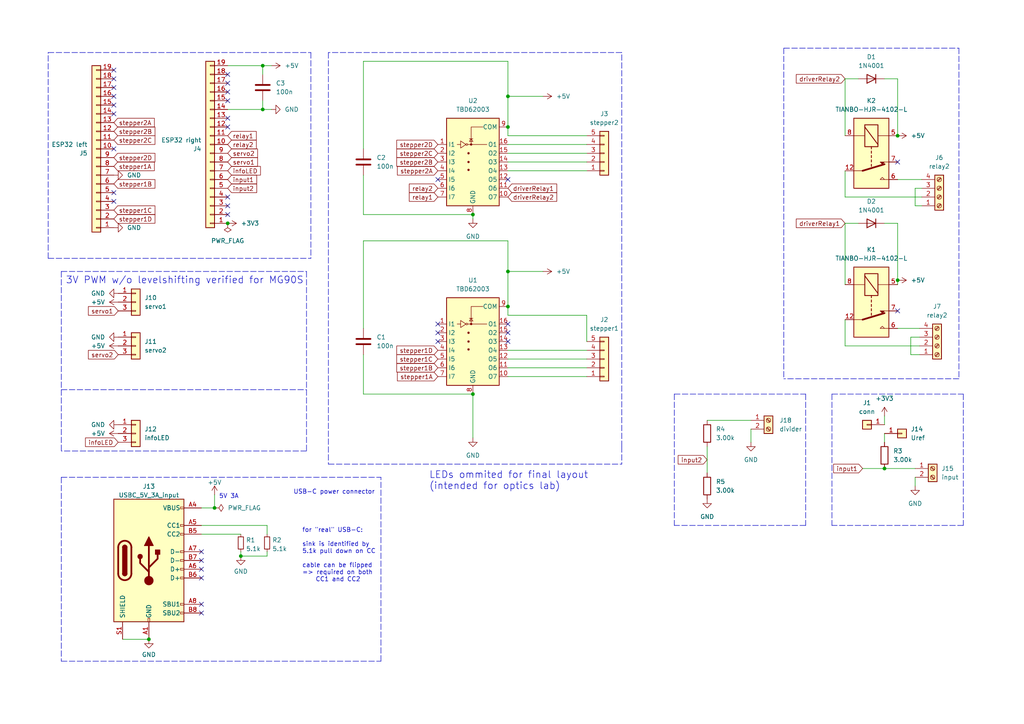
<source format=kicad_sch>
(kicad_sch (version 20211123) (generator eeschema)
  (paper "A4")
  (title_block (title "XR Twin Lab") (date "2022-05-23") (rev "1.0"))
  (lib_symbols
    (symbol "Connector:Screw_Terminal_01x02" (pin_names (offset 1.016) hide)
      (property "Reference" "J" (at 0 2.54 0))
      (property "Value" "Screw_Terminal_01x02" (at 0 -5.08 0))
      (symbol "Screw_Terminal_01x02_1_1"
        (rectangle (start -1.27 1.27) (end 1.27 -3.81) (stroke (width 0.254)) (fill (type background)))
        (circle (center 0 -2.54) (radius 0.635) (stroke (width 0.1524)))
        (polyline (pts (xy -0.5334 -2.2098) (xy 0.3302 -3.048)) (stroke (width 0.1524)))
        (polyline (pts (xy -0.5334 0.3302) (xy 0.3302 -0.508)) (stroke (width 0.1524)))
        (polyline (pts (xy -0.3556 -2.032) (xy 0.508 -2.8702)) (stroke (width 0.1524)))
        (polyline (pts (xy -0.3556 0.508) (xy 0.508 -0.3302)) (stroke (width 0.1524)))
        (circle (center 0 0) (radius 0.635) (stroke (width 0.1524)))
        (pin passive line (at -5.08 0 0) (length 3.81) (name "Pin_1") (number "1"))
        (pin passive line (at -5.08 -2.54 0) (length 3.81) (name "Pin_2") (number "2"))
      )
    )
    (symbol "Connector:Screw_Terminal_01x04" (pin_names (offset 1.016) hide)
      (property "Reference" "J" (at 0 5.08 0))
      (property "Value" "Screw_Terminal_01x04" (at 0 -7.62 0))
      (symbol "Screw_Terminal_01x04_1_1"
        (rectangle (start -1.27 3.81) (end 1.27 -6.35) (stroke (width 0.254)) (fill (type background)))
        (circle (center 0 -5.08) (radius 0.635) (stroke (width 0.1524)))
        (circle (center 0 -2.54) (radius 0.635) (stroke (width 0.1524)))
        (polyline (pts (xy -0.5334 -4.7498) (xy 0.3302 -5.588)) (stroke (width 0.1524)))
        (polyline (pts (xy -0.5334 -2.2098) (xy 0.3302 -3.048)) (stroke (width 0.1524)))
        (polyline (pts (xy -0.5334 0.3302) (xy 0.3302 -0.508)) (stroke (width 0.1524)))
        (polyline (pts (xy -0.5334 2.8702) (xy 0.3302 2.032)) (stroke (width 0.1524)))
        (polyline (pts (xy -0.3556 -4.572) (xy 0.508 -5.4102)) (stroke (width 0.1524)))
        (polyline (pts (xy -0.3556 -2.032) (xy 0.508 -2.8702)) (stroke (width 0.1524)))
        (polyline (pts (xy -0.3556 0.508) (xy 0.508 -0.3302)) (stroke (width 0.1524)))
        (polyline (pts (xy -0.3556 3.048) (xy 0.508 2.2098)) (stroke (width 0.1524)))
        (circle (center 0 0) (radius 0.635) (stroke (width 0.1524)))
        (circle (center 0 2.54) (radius 0.635) (stroke (width 0.1524)))
        (pin passive line (at -5.08 2.54 0) (length 3.81) (name "Pin_1") (number "1"))
        (pin passive line (at -5.08 0 0) (length 3.81) (name "Pin_2") (number "2"))
        (pin passive line (at -5.08 -2.54 0) (length 3.81) (name "Pin_3") (number "3"))
        (pin passive line (at -5.08 -5.08 0) (length 3.81) (name "Pin_4") (number "4"))
      )
    )
    (symbol "Connector:USB_C_Receptacle_USB2.0" (pin_names (offset 1.016))
      (property "Reference" "J" (at -10.16 19.05 0))
      (property "Value" "USB_C_Receptacle_USB2.0" (at 19.05 19.05 0))
      (symbol "USB_C_Receptacle_USB2.0_0_0"
        (rectangle (start -0.254 -17.78) (end 0.254 -16.764))
        (rectangle (start 10.16 -14.986) (end 9.144 -15.494))
        (rectangle (start 10.16 -12.446) (end 9.144 -12.954))
        (rectangle (start 10.16 -4.826) (end 9.144 -5.334))
        (rectangle (start 10.16 -2.286) (end 9.144 -2.794))
        (rectangle (start 10.16 0.254) (end 9.144 -0.254))
        (rectangle (start 10.16 2.794) (end 9.144 2.286))
        (rectangle (start 10.16 7.874) (end 9.144 7.366))
        (rectangle (start 10.16 10.414) (end 9.144 9.906))
        (rectangle (start 10.16 15.494) (end 9.144 14.986))
      )
      (symbol "USB_C_Receptacle_USB2.0_0_1"
        (rectangle (start -10.16 17.78) (end 10.16 -17.78) (stroke (width 0.254)) (fill (type background)))
        (arc (start -8.89 -3.81) (mid -6.985 -5.715) (end -5.08 -3.81) (stroke (width 0.508)))
        (arc (start -7.62 -3.81) (mid -6.985 -4.445) (end -6.35 -3.81) (stroke (width 0.254)))
        (arc (start -7.62 -3.81) (mid -6.985 -4.445) (end -6.35 -3.81) (stroke (width 0.254)) (fill (type outline)))
        (rectangle (start -7.62 -3.81) (end -6.35 3.81) (stroke (width 0.254)) (fill (type outline)))
        (arc (start -6.35 3.81) (mid -6.985 4.445) (end -7.62 3.81) (stroke (width 0.254)))
        (arc (start -6.35 3.81) (mid -6.985 4.445) (end -7.62 3.81) (stroke (width 0.254)) (fill (type outline)))
        (arc (start -5.08 3.81) (mid -6.985 5.715) (end -8.89 3.81) (stroke (width 0.508)))
        (circle (center -2.54 1.143) (radius 0.635) (stroke (width 0.254)) (fill (type outline)))
        (circle (center 0 -5.842) (radius 1.27) (fill (type outline)))
        (polyline (pts (xy -8.89 -3.81) (xy -8.89 3.81)) (stroke (width 0.508)))
        (polyline (pts (xy -5.08 3.81) (xy -5.08 -3.81)) (stroke (width 0.508)))
        (polyline (pts (xy 0 -5.842) (xy 0 4.318)) (stroke (width 0.508)))
        (polyline (pts (xy 0 -3.302) (xy -2.54 -0.762) (xy -2.54 0.508)) (stroke (width 0.508)))
        (polyline (pts (xy 0 -2.032) (xy 2.54 0.508) (xy 2.54 1.778)) (stroke (width 0.508)))
        (polyline (pts (xy -1.27 4.318) (xy 0 6.858) (xy 1.27 4.318) (xy -1.27 4.318)) (stroke (width 0.254)) (fill (type outline)))
        (rectangle (start 1.905 1.778) (end 3.175 3.048) (stroke (width 0.254)) (fill (type outline)))
      )
      (symbol "USB_C_Receptacle_USB2.0_1_1"
        (pin passive line (at 0 -22.86 90) (length 5.08) (name "GND") (number "A1"))
        (pin passive line (at 0 -22.86 90) (length 5.08) hide (name "GND") (number "A12"))
        (pin passive line (at 15.24 15.24 180) (length 5.08) (name "VBUS") (number "A4"))
        (pin bidirectional line (at 15.24 10.16 180) (length 5.08) (name "CC1") (number "A5"))
        (pin bidirectional line (at 15.24 -2.54 180) (length 5.08) (name "D+") (number "A6"))
        (pin bidirectional line (at 15.24 2.54 180) (length 5.08) (name "D-") (number "A7"))
        (pin bidirectional line (at 15.24 -12.7 180) (length 5.08) (name "SBU1") (number "A8"))
        (pin passive line (at 15.24 15.24 180) (length 5.08) hide (name "VBUS") (number "A9"))
        (pin passive line (at 0 -22.86 90) (length 5.08) hide (name "GND") (number "B1"))
        (pin passive line (at 0 -22.86 90) (length 5.08) hide (name "GND") (number "B12"))
        (pin passive line (at 15.24 15.24 180) (length 5.08) hide (name "VBUS") (number "B4"))
        (pin bidirectional line (at 15.24 7.62 180) (length 5.08) (name "CC2") (number "B5"))
        (pin bidirectional line (at 15.24 -5.08 180) (length 5.08) (name "D+") (number "B6"))
        (pin bidirectional line (at 15.24 0 180) (length 5.08) (name "D-") (number "B7"))
        (pin bidirectional line (at 15.24 -15.24 180) (length 5.08) (name "SBU2") (number "B8"))
        (pin passive line (at 15.24 15.24 180) (length 5.08) hide (name "VBUS") (number "B9"))
        (pin passive line (at -7.62 -22.86 90) (length 5.08) (name "SHIELD") (number "S1"))
      )
    )
    (symbol "Connector_Generic:Conn_01x01" (pin_names (offset 1.016) hide)
      (property "Reference" "J" (at 0 2.54 0))
      (property "Value" "Conn_01x01" (at 0 -2.54 0))
      (symbol "Conn_01x01_1_1"
        (rectangle (start -1.27 0.127) (end 0 -0.127) (stroke (width 0.1524)))
        (rectangle (start -1.27 1.27) (end 1.27 -1.27) (stroke (width 0.254)) (fill (type background)))
        (pin passive line (at -5.08 0 0) (length 3.81) (name "Pin_1") (number "1"))
      )
    )
    (symbol "Connector_Generic:Conn_01x03" (pin_names (offset 1.016) hide)
      (property "Reference" "J" (at 0 5.08 0))
      (property "Value" "Conn_01x03" (at 0 -5.08 0))
      (symbol "Conn_01x03_1_1"
        (rectangle (start -1.27 -2.413) (end 0 -2.667) (stroke (width 0.1524)))
        (rectangle (start -1.27 0.127) (end 0 -0.127) (stroke (width 0.1524)))
        (rectangle (start -1.27 2.667) (end 0 2.413) (stroke (width 0.1524)))
        (rectangle (start -1.27 3.81) (end 1.27 -3.81) (stroke (width 0.254)) (fill (type background)))
        (pin passive line (at -5.08 2.54 0) (length 3.81) (name "Pin_1") (number "1"))
        (pin passive line (at -5.08 0 0) (length 3.81) (name "Pin_2") (number "2"))
        (pin passive line (at -5.08 -2.54 0) (length 3.81) (name "Pin_3") (number "3"))
      )
    )
    (symbol "Connector_Generic:Conn_01x05" (pin_names (offset 1.016) hide)
      (property "Reference" "J" (at 0 7.62 0))
      (property "Value" "Conn_01x05" (at 0 -7.62 0))
      (symbol "Conn_01x05_1_1"
        (rectangle (start -1.27 -4.953) (end 0 -5.207) (stroke (width 0.1524)))
        (rectangle (start -1.27 -2.413) (end 0 -2.667) (stroke (width 0.1524)))
        (rectangle (start -1.27 0.127) (end 0 -0.127) (stroke (width 0.1524)))
        (rectangle (start -1.27 2.667) (end 0 2.413) (stroke (width 0.1524)))
        (rectangle (start -1.27 5.207) (end 0 4.953) (stroke (width 0.1524)))
        (rectangle (start -1.27 6.35) (end 1.27 -6.35) (stroke (width 0.254)) (fill (type background)))
        (pin passive line (at -5.08 5.08 0) (length 3.81) (name "Pin_1") (number "1"))
        (pin passive line (at -5.08 2.54 0) (length 3.81) (name "Pin_2") (number "2"))
        (pin passive line (at -5.08 0 0) (length 3.81) (name "Pin_3") (number "3"))
        (pin passive line (at -5.08 -2.54 0) (length 3.81) (name "Pin_4") (number "4"))
        (pin passive line (at -5.08 -5.08 0) (length 3.81) (name "Pin_5") (number "5"))
      )
    )
    (symbol "Connector_Generic:Conn_01x19" (pin_names (offset 1.016) hide)
      (property "Reference" "J" (at 0 25.4 0))
      (property "Value" "Conn_01x19" (at 0 -25.4 0))
      (symbol "Conn_01x19_1_1"
        (rectangle (start -1.27 -22.733) (end 0 -22.987) (stroke (width 0.1524)))
        (rectangle (start -1.27 -20.193) (end 0 -20.447) (stroke (width 0.1524)))
        (rectangle (start -1.27 -17.653) (end 0 -17.907) (stroke (width 0.1524)))
        (rectangle (start -1.27 -15.113) (end 0 -15.367) (stroke (width 0.1524)))
        (rectangle (start -1.27 -12.573) (end 0 -12.827) (stroke (width 0.1524)))
        (rectangle (start -1.27 -10.033) (end 0 -10.287) (stroke (width 0.1524)))
        (rectangle (start -1.27 -7.493) (end 0 -7.747) (stroke (width 0.1524)))
        (rectangle (start -1.27 -4.953) (end 0 -5.207) (stroke (width 0.1524)))
        (rectangle (start -1.27 -2.413) (end 0 -2.667) (stroke (width 0.1524)))
        (rectangle (start -1.27 0.127) (end 0 -0.127) (stroke (width 0.1524)))
        (rectangle (start -1.27 2.667) (end 0 2.413) (stroke (width 0.1524)))
        (rectangle (start -1.27 5.207) (end 0 4.953) (stroke (width 0.1524)))
        (rectangle (start -1.27 7.747) (end 0 7.493) (stroke (width 0.1524)))
        (rectangle (start -1.27 10.287) (end 0 10.033) (stroke (width 0.1524)))
        (rectangle (start -1.27 12.827) (end 0 12.573) (stroke (width 0.1524)))
        (rectangle (start -1.27 15.367) (end 0 15.113) (stroke (width 0.1524)))
        (rectangle (start -1.27 17.907) (end 0 17.653) (stroke (width 0.1524)))
        (rectangle (start -1.27 20.447) (end 0 20.193) (stroke (width 0.1524)))
        (rectangle (start -1.27 22.987) (end 0 22.733) (stroke (width 0.1524)))
        (rectangle (start -1.27 24.13) (end 1.27 -24.13) (stroke (width 0.254)) (fill (type background)))
        (pin passive line (at -5.08 22.86 0) (length 3.81) (name "Pin_1") (number "1"))
        (pin passive line (at -5.08 0 0) (length 3.81) (name "Pin_10") (number "10"))
        (pin passive line (at -5.08 -2.54 0) (length 3.81) (name "Pin_11") (number "11"))
        (pin passive line (at -5.08 -5.08 0) (length 3.81) (name "Pin_12") (number "12"))
        (pin passive line (at -5.08 -7.62 0) (length 3.81) (name "Pin_13") (number "13"))
        (pin passive line (at -5.08 -10.16 0) (length 3.81) (name "Pin_14") (number "14"))
        (pin passive line (at -5.08 -12.7 0) (length 3.81) (name "Pin_15") (number "15"))
        (pin passive line (at -5.08 -15.24 0) (length 3.81) (name "Pin_16") (number "16"))
        (pin passive line (at -5.08 -17.78 0) (length 3.81) (name "Pin_17") (number "17"))
        (pin passive line (at -5.08 -20.32 0) (length 3.81) (name "Pin_18") (number "18"))
        (pin passive line (at -5.08 -22.86 0) (length 3.81) (name "Pin_19") (number "19"))
        (pin passive line (at -5.08 20.32 0) (length 3.81) (name "Pin_2") (number "2"))
        (pin passive line (at -5.08 17.78 0) (length 3.81) (name "Pin_3") (number "3"))
        (pin passive line (at -5.08 15.24 0) (length 3.81) (name "Pin_4") (number "4"))
        (pin passive line (at -5.08 12.7 0) (length 3.81) (name "Pin_5") (number "5"))
        (pin passive line (at -5.08 10.16 0) (length 3.81) (name "Pin_6") (number "6"))
        (pin passive line (at -5.08 7.62 0) (length 3.81) (name "Pin_7") (number "7"))
        (pin passive line (at -5.08 5.08 0) (length 3.81) (name "Pin_8") (number "8"))
        (pin passive line (at -5.08 2.54 0) (length 3.81) (name "Pin_9") (number "9"))
      )
    )
    (symbol "Device:C" (pin_numbers hide) (pin_names (offset 0.254))
      (property "Reference" "C" (at 0.635 2.54 0))
      (property "Value" "C" (at 0.635 -2.54 0))
      (symbol "C_0_1"
        (polyline (pts (xy -2.032 -0.762) (xy 2.032 -0.762)) (stroke (width 0.508)))
        (polyline (pts (xy -2.032 0.762) (xy 2.032 0.762)) (stroke (width 0.508)))
      )
      (symbol "C_1_1"
        (pin passive line (at 0 3.81 270) (length 2.794) (name "~") (number "1"))
        (pin passive line (at 0 -3.81 90) (length 2.794) (name "~") (number "2"))
      )
    )
    (symbol "Device:R" (pin_numbers hide) (pin_names (offset 0))
      (property "Reference" "R" (at 2.032 0 90))
      (property "Value" "R" (at 0 0 90))
      (symbol "R_0_1"
        (rectangle (start -1.016 -2.54) (end 1.016 2.54) (stroke (width 0.254)))
      )
      (symbol "R_1_1"
        (pin passive line (at 0 3.81 270) (length 1.27) (name "~") (number "1"))
        (pin passive line (at 0 -3.81 90) (length 1.27) (name "~") (number "2"))
      )
    )
    (symbol "Device:R_Small" (pin_numbers hide) (pin_names (offset 0.254) hide)
      (property "Reference" "R" (at 0.762 0.508 0))
      (property "Value" "R_Small" (at 0.762 -1.016 0))
      (symbol "R_Small_0_1"
        (rectangle (start -0.762 1.778) (end 0.762 -1.778) (stroke (width 0.2032)))
      )
      (symbol "R_Small_1_1"
        (pin passive line (at 0 2.54 270) (length 0.762) (name "~") (number "1"))
        (pin passive line (at 0 -2.54 90) (length 0.762) (name "~") (number "2"))
      )
    )
    (symbol "Diode:1N4001" (pin_numbers hide) (pin_names (offset 1.016) hide)
      (property "Reference" "D" (at 0 2.54 0))
      (property "Value" "1N4001" (at 0 -2.54 0))
      (symbol "1N4001_0_1"
        (polyline (pts (xy -1.27 1.27) (xy -1.27 -1.27)) (stroke (width 0.254)))
        (polyline (pts (xy 1.27 0) (xy -1.27 0)))
        (polyline (pts (xy 1.27 1.27) (xy 1.27 -1.27) (xy -1.27 0) (xy 1.27 1.27)) (stroke (width 0.254)))
      )
      (symbol "1N4001_1_1"
        (pin passive line (at -3.81 0 0) (length 2.54) (name "K") (number "1"))
        (pin passive line (at 3.81 0 180) (length 2.54) (name "A") (number "2"))
      )
    )
    (symbol "Relay:TIANBO-HJR-4102-L"
      (property "Reference" "K" (at 11.43 3.81 0))
      (property "Value" "TIANBO-HJR-4102-L" (at 11.43 1.27 0))
      (symbol "TIANBO-HJR-4102-L_0_0"
        (polyline (pts (xy 7.62 5.08) (xy 7.62 2.54) (xy 6.985 3.175) (xy 7.62 3.81)))
      )
      (symbol "TIANBO-HJR-4102-L_0_1"
        (rectangle (start -10.16 5.08) (end 10.16 -5.08) (stroke (width 0.254)) (fill (type background)))
        (rectangle (start -8.255 1.905) (end -1.905 -1.905) (stroke (width 0.254)))
        (polyline (pts (xy -7.62 -1.905) (xy -2.54 1.905)) (stroke (width 0.254)))
        (polyline (pts (xy -5.08 -5.08) (xy -5.08 -1.905)))
        (polyline (pts (xy -5.08 5.08) (xy -5.08 1.905)))
        (polyline (pts (xy -1.905 0) (xy -1.27 0)) (stroke (width 0.254)))
        (polyline (pts (xy -0.635 0) (xy 0 0)) (stroke (width 0.254)))
        (polyline (pts (xy 0.635 0) (xy 1.27 0)) (stroke (width 0.254)))
        (polyline (pts (xy 1.905 0) (xy 2.54 0)) (stroke (width 0.254)))
        (polyline (pts (xy 3.175 0) (xy 3.81 0)) (stroke (width 0.254)))
        (polyline (pts (xy 5.08 -2.54) (xy 3.175 3.81)) (stroke (width 0.508)))
        (polyline (pts (xy 5.08 -2.54) (xy 5.08 -5.08)))
        (polyline (pts (xy 2.54 5.08) (xy 2.54 2.54) (xy 3.175 3.175) (xy 2.54 3.81)) (fill (type outline)))
      )
      (symbol "TIANBO-HJR-4102-L_1_1"
        (pin passive line (at 5.08 -7.62 90) (length 2.54) (name "~") (number "12"))
        (pin passive line (at -5.08 7.62 270) (length 2.54) (name "~") (number "5"))
        (pin passive line (at 7.62 7.62 270) (length 2.54) (name "~") (number "6"))
        (pin passive line (at 2.54 7.62 270) (length 2.54) (name "~") (number "7"))
        (pin passive line (at -5.08 -7.62 90) (length 2.54) (name "~") (number "8"))
      )
    )
    (symbol "Transistor_Array:ULN2003A"
      (property "Reference" "U" (at 0 15.875 0))
      (property "Value" "ULN2003A" (at 0 13.97 0))
      (symbol "ULN2003A_0_1"
        (rectangle (start -7.62 -12.7) (end 7.62 12.7) (stroke (width 0.254)) (fill (type background)))
        (circle (center -1.778 5.08) (radius 0.254))
        (circle (center -1.27 -2.286) (radius 0.254) (fill (type outline)))
        (circle (center -1.27 0) (radius 0.254) (fill (type outline)))
        (circle (center -1.27 2.54) (radius 0.254) (fill (type outline)))
        (circle (center -0.508 5.08) (radius 0.254) (fill (type outline)))
        (polyline (pts (xy -4.572 5.08) (xy -3.556 5.08)))
        (polyline (pts (xy -1.524 5.08) (xy 4.064 5.08)))
        (polyline (pts (xy 0 6.731) (xy -1.016 6.731)))
        (polyline (pts (xy -0.508 5.08) (xy -0.508 10.16) (xy 2.921 10.16)))
        (polyline (pts (xy -3.556 6.096) (xy -3.556 4.064) (xy -2.032 5.08) (xy -3.556 6.096)))
        (polyline (pts (xy 0 5.969) (xy -1.016 5.969) (xy -0.508 6.731) (xy 0 5.969)))
      )
      (symbol "ULN2003A_1_1"
        (pin input line (at -10.16 5.08 0) (length 2.54) (name "I1") (number "1"))
        (pin open_collector line (at 10.16 -10.16 180) (length 2.54) (name "O7") (number "10"))
        (pin open_collector line (at 10.16 -7.62 180) (length 2.54) (name "O6") (number "11"))
        (pin open_collector line (at 10.16 -5.08 180) (length 2.54) (name "O5") (number "12"))
        (pin open_collector line (at 10.16 -2.54 180) (length 2.54) (name "O4") (number "13"))
        (pin open_collector line (at 10.16 0 180) (length 2.54) (name "O3") (number "14"))
        (pin open_collector line (at 10.16 2.54 180) (length 2.54) (name "O2") (number "15"))
        (pin open_collector line (at 10.16 5.08 180) (length 2.54) (name "O1") (number "16"))
        (pin input line (at -10.16 2.54 0) (length 2.54) (name "I2") (number "2"))
        (pin input line (at -10.16 0 0) (length 2.54) (name "I3") (number "3"))
        (pin input line (at -10.16 -2.54 0) (length 2.54) (name "I4") (number "4"))
        (pin input line (at -10.16 -5.08 0) (length 2.54) (name "I5") (number "5"))
        (pin input line (at -10.16 -7.62 0) (length 2.54) (name "I6") (number "6"))
        (pin input line (at -10.16 -10.16 0) (length 2.54) (name "I7") (number "7"))
        (pin power_in line (at 0 -15.24 90) (length 2.54) (name "GND") (number "8"))
        (pin passive line (at 10.16 10.16 180) (length 2.54) (name "COM") (number "9"))
      )
    )
    (symbol "power:+3.3V" (power) (pin_names (offset 0))
      (property "Value" "+3.3V" (at 0 3.556 0))
      (symbol "+3.3V_0_1"
        (polyline (pts (xy -0.762 1.27) (xy 0 2.54)))
        (polyline (pts (xy 0 0) (xy 0 2.54)))
        (polyline (pts (xy 0 2.54) (xy 0.762 1.27)))
      )
      (symbol "+3.3V_1_1"
        (pin power_in line (at 0 0 90) (length 0) hide (name "+3V3") (number "1"))
      )
    )
    (symbol "power:+3V3" (power) (pin_names (offset 0))
      (property "Value" "+3V3" (at 0 3.556 0))
      (symbol "+3V3_0_1"
        (polyline (pts (xy -0.762 1.27) (xy 0 2.54)))
        (polyline (pts (xy 0 0) (xy 0 2.54)))
        (polyline (pts (xy 0 2.54) (xy 0.762 1.27)))
      )
      (symbol "+3V3_1_1"
        (pin power_in line (at 0 0 90) (length 0) hide (name "+3V3") (number "1"))
      )
    )
    (symbol "power:+5V" (power) (pin_names (offset 0))
      (property "Value" "+5V" (at 0 3.556 0))
      (symbol "+5V_0_1"
        (polyline (pts (xy -0.762 1.27) (xy 0 2.54)))
        (polyline (pts (xy 0 0) (xy 0 2.54)))
        (polyline (pts (xy 0 2.54) (xy 0.762 1.27)))
      )
      (symbol "+5V_1_1"
        (pin power_in line (at 0 0 90) (length 0) hide (name "+5V") (number "1"))
      )
    )
    (symbol "power:GND" (power) (pin_names (offset 0))
      (property "Value" "GND" (at 0 -3.81 0))
      (symbol "GND_0_1"
        (polyline (pts (xy 0 0) (xy 0 -1.27) (xy 1.27 -1.27) (xy 0 -2.54) (xy -1.27 -1.27) (xy 0 -1.27)))
      )
      (symbol "GND_1_1"
        (pin power_in line (at 0 0 270) (length 0) hide (name "GND") (number "1"))
      )
    )
    (symbol "power:PWR_FLAG" (power) (pin_numbers hide) (pin_names (offset 0) hide)
      (property "Value" "PWR_FLAG" (at 0 3.81 0))
      (symbol "PWR_FLAG_0_0"
        (pin power_out line (at 0 0 90) (length 0) (name "pwr") (number "1"))
      )
      (symbol "PWR_FLAG_0_1"
        (polyline (pts (xy 0 0) (xy 0 1.27) (xy -1.016 1.905) (xy 0 2.54) (xy 1.016 1.905) (xy 0 1.27)))
      )
    )
  )
  (junction (at 43.18 185.42))
  (junction (at 66.04 64.77))
  (junction (at 137.16 62.23))
  (junction (at 69.85 161.29))
  (junction (at 147.32 27.94))
  (junction (at 147.32 36.83))
  (junction (at 256.54 135.89))
  (junction (at 147.32 88.9))
  (junction (at 260.35 39.37))
  (junction (at 260.35 81.28))
  (junction (at 147.32 78.74))
  (junction (at 76.2 19.05))
  (junction (at 76.2 31.75))
  (junction (at 137.16 114.3))
  (junction (at 62.23 147.32))
  (no_connect (at 66.04 24.13))
  (no_connect (at 33.02 58.42))
  (no_connect (at 260.35 46.99))
  (no_connect (at 33.02 20.32))
  (no_connect (at 33.02 25.4))
  (no_connect (at 33.02 22.86))
  (no_connect (at 58.42 177.8))
  (no_connect (at 58.42 162.56))
  (no_connect (at 66.04 34.29))
  (no_connect (at 66.04 21.59))
  (no_connect (at 66.04 59.69))
  (no_connect (at 58.42 167.64))
  (no_connect (at 33.02 27.94))
  (no_connect (at 58.42 165.1))
  (no_connect (at 260.35 90.17))
  (no_connect (at 147.32 52.07))
  (no_connect (at 33.02 55.88))
  (no_connect (at 33.02 43.18))
  (no_connect (at 66.04 26.67))
  (no_connect (at 58.42 175.26))
  (no_connect (at 58.42 160.02))
  (no_connect (at 66.04 62.23))
  (no_connect (at 33.02 33.02))
  (no_connect (at 66.04 57.15))
  (no_connect (at 127 52.07))
  (no_connect (at 66.04 36.83))
  (no_connect (at 147.32 93.98))
  (no_connect (at 147.32 96.52))
  (no_connect (at 147.32 99.06))
  (no_connect (at 127 99.06))
  (no_connect (at 127 96.52))
  (no_connect (at 127 93.98))
  (no_connect (at 33.02 30.48))
  (no_connect (at 66.04 29.21))
  (wire (pts (xy 147.32 104.14) (xy 170.18 104.14)))
  (wire (pts (xy 147.32 78.74) (xy 147.32 88.9)))
  (wire (pts (xy 58.42 147.32) (xy 62.23 147.32)))
  (wire (pts (xy 266.7 100.33) (xy 245.11 100.33)))
  (polyline (pts (xy 13.97 74.93) (xy 13.97 15.24)))
  (polyline (pts (xy 88.9 78.74) (xy 88.9 130.81)))
  (wire (pts (xy 250.19 135.89) (xy 256.54 135.89)))
  (polyline (pts (xy 195.58 114.3) (xy 195.58 152.4)))
  (wire (pts (xy 260.35 52.07) (xy 267.335 52.07)))
  (polyline (pts (xy 278.13 13.97) (xy 278.13 109.855)))
  (wire (pts (xy 266.7 97.79) (xy 264.16 97.79)))
  (polyline (pts (xy 17.78 78.74) (xy 17.78 130.81)))
  (wire (pts (xy 105.41 62.23) (xy 137.16 62.23)))
  (wire (pts (xy 137.16 62.23) (xy 137.16 63.5)))
  (wire (pts (xy 245.11 64.77) (xy 245.11 82.55)))
  (wire (pts (xy 66.04 19.05) (xy 76.2 19.05)))
  (wire (pts (xy 265.43 54.61) (xy 265.43 59.69)))
  (wire (pts (xy 105.41 50.8) (xy 105.41 62.23)))
  (polyline (pts (xy 180.34 15.24) (xy 95.25 15.24)))
  (wire (pts (xy 76.2 31.75) (xy 78.74 31.75)))
  (polyline (pts (xy 279.4 114.3) (xy 279.4 152.4)))
  (wire (pts (xy 260.35 95.25) (xy 266.7 95.25)))
  (wire (pts (xy 105.41 17.78) (xy 147.32 17.78)))
  (polyline (pts (xy 13.97 74.93) (xy 90.17 74.93)))
  (wire (pts (xy 147.32 41.91) (xy 170.18 41.91)))
  (polyline (pts (xy 110.49 191.77) (xy 110.49 138.43)))
  (wire (pts (xy 147.32 109.22) (xy 170.18 109.22)))
  (wire (pts (xy 66.04 31.75) (xy 76.2 31.75)))
  (wire (pts (xy 256.54 22.86) (xy 260.35 22.86)))
  (wire (pts (xy 245.11 100.33) (xy 245.11 92.71)))
  (polyline (pts (xy 241.3 114.3) (xy 279.4 114.3)))
  (wire (pts (xy 105.41 114.3) (xy 137.16 114.3)))
  (wire (pts (xy 35.56 185.42) (xy 43.18 185.42)))
  (wire (pts (xy 256.54 135.89) (xy 265.43 135.89)))
  (wire (pts (xy 69.85 160.02) (xy 69.85 161.29)))
  (wire (pts (xy 147.32 101.6) (xy 170.18 101.6)))
  (wire (pts (xy 264.16 97.79) (xy 264.16 102.87)))
  (polyline (pts (xy 227.33 13.97) (xy 278.13 13.97)))
  (polyline (pts (xy 13.97 15.24) (xy 90.17 15.24)))
  (wire (pts (xy 147.32 17.78) (xy 147.32 27.94)))
  (polyline (pts (xy 180.34 129.54) (xy 180.34 15.24)))
  (wire (pts (xy 256.54 64.77) (xy 260.35 64.77)))
  (wire (pts (xy 260.35 22.86) (xy 260.35 39.37)))
  (wire (pts (xy 147.32 69.85) (xy 147.32 78.74)))
  (wire (pts (xy 265.43 138.43) (xy 265.43 140.97)))
  (wire (pts (xy 105.41 43.18) (xy 105.41 17.78)))
  (wire (pts (xy 76.2 19.05) (xy 76.2 21.59)))
  (wire (pts (xy 147.32 39.37) (xy 147.32 36.83)))
  (wire (pts (xy 147.32 106.68) (xy 170.18 106.68)))
  (wire (pts (xy 58.42 154.94) (xy 69.85 154.94)))
  (wire (pts (xy 248.92 64.77) (xy 245.11 64.77)))
  (wire (pts (xy 76.2 29.21) (xy 76.2 31.75)))
  (polyline (pts (xy 195.58 114.3) (xy 233.68 114.3)))
  (polyline (pts (xy 233.68 152.4) (xy 195.58 152.4)))
  (wire (pts (xy 245.11 57.15) (xy 267.335 57.15)))
  (wire (pts (xy 147.32 91.44) (xy 147.32 88.9)))
  (wire (pts (xy 147.32 27.94) (xy 157.48 27.94)))
  (wire (pts (xy 62.23 143.51) (xy 62.23 147.32)))
  (wire (pts (xy 105.41 95.25) (xy 105.41 69.85)))
  (wire (pts (xy 77.47 161.29) (xy 77.47 160.02)))
  (polyline (pts (xy 17.78 138.43) (xy 110.49 138.43)))
  (wire (pts (xy 147.32 27.94) (xy 147.32 36.83)))
  (wire (pts (xy 170.18 39.37) (xy 147.32 39.37)))
  (wire (pts (xy 256.54 125.73) (xy 256.54 128.27)))
  (wire (pts (xy 245.11 22.86) (xy 245.11 39.37)))
  (wire (pts (xy 260.35 64.77) (xy 260.35 81.28)))
  (polyline (pts (xy 17.78 113.03) (xy 88.9 113.03)))
  (wire (pts (xy 137.16 127) (xy 137.16 114.3)))
  (polyline (pts (xy 17.78 138.43) (xy 17.78 191.77)))
  (wire (pts (xy 245.11 57.15) (xy 245.11 49.53)))
  (wire (pts (xy 170.18 99.06) (xy 170.18 91.44)))
  (polyline (pts (xy 227.33 13.97) (xy 227.33 109.855)))
  (wire (pts (xy 170.18 91.44) (xy 147.32 91.44)))
  (wire (pts (xy 147.32 46.99) (xy 170.18 46.99)))
  (wire (pts (xy 147.32 44.45) (xy 170.18 44.45)))
  (wire (pts (xy 147.32 78.74) (xy 157.48 78.74)))
  (polyline (pts (xy 90.17 15.24) (xy 90.17 74.93)))
  (wire (pts (xy 260.35 82.55) (xy 260.35 81.28)))
  (polyline (pts (xy 241.3 114.3) (xy 241.3 152.4)))
  (polyline (pts (xy 88.9 130.81) (xy 17.78 130.81)))
  (wire (pts (xy 217.805 124.46) (xy 217.805 128.27)))
  (wire (pts (xy 205.105 129.54) (xy 205.105 137.16)))
  (polyline (pts (xy 17.78 78.74) (xy 88.9 78.74)))
  (polyline (pts (xy 278.13 109.855) (xy 227.33 109.855)))
  (polyline (pts (xy 17.78 191.77) (xy 110.49 191.77)))
  (wire (pts (xy 267.335 54.61) (xy 265.43 54.61)))
  (wire (pts (xy 265.43 59.69) (xy 267.335 59.69)))
  (wire (pts (xy 147.32 49.53) (xy 170.18 49.53)))
  (wire (pts (xy 256.54 120.65) (xy 256.54 123.19)))
  (wire (pts (xy 105.41 69.85) (xy 147.32 69.85)))
  (wire (pts (xy 205.105 121.92) (xy 217.805 121.92)))
  (wire (pts (xy 77.47 152.4) (xy 77.47 154.94)))
  (polyline (pts (xy 180.34 129.54) (xy 180.34 134.62)))
  (polyline (pts (xy 233.68 114.3) (xy 233.68 152.4)))
  (wire (pts (xy 105.41 102.87) (xy 105.41 114.3)))
  (polyline (pts (xy 95.25 15.24) (xy 95.25 134.62)))
  (wire (pts (xy 264.16 102.87) (xy 266.7 102.87)))
  (wire (pts (xy 69.85 161.29) (xy 77.47 161.29)))
  (wire (pts (xy 58.42 152.4) (xy 77.47 152.4)))
  (polyline (pts (xy 279.4 152.4) (xy 241.3 152.4)))
  (wire (pts (xy 76.2 19.05) (xy 78.74 19.05)))
  (polyline (pts (xy 95.25 134.62) (xy 180.34 134.62)))
  (wire (pts (xy 248.92 22.86) (xy 245.11 22.86)))
  (text "USB-C power connector" (at 85.09 143.51 0) (effects (font (size 1.27 1.27)) (justify left bottom)))
  (text "for \"real\" USB-C:\n\nsink is identified by\n5.1k pull down on CC\n\ncable can be flipped\n=> required on both\n    CC1 and CC2" (at 87.63 168.91 0) (effects (font (size 1.27 1.27)) (justify left bottom)))
  (text "5V 3A" (at 63.5 144.78 0) (effects (font (size 1.27 1.27)) (justify left bottom)))
  (text "3V PWM w/o levelshifting verified for MG90S" (at 19.05 82.55 0) (effects (font (size 2 2)) (justify left bottom)))
  (text "LEDs ommited for final layout\n(intended for optics lab)" (at 124.46 142.24 0) (effects (font (size 2 2)) (justify left bottom)))
  (global_label "relay2" (shape input) (at 127 54.61 180) (property "Intersheet References" "${INTERSHEET_REFS}" (effects hide)))
  (global_label "servo2" (shape input) (at 34.29 102.87 180) (property "Intersheet References" "${INTERSHEET_REFS}" (effects hide)))
  (global_label "servo1" (shape input) (at 66.04 46.99 0) (property "Intersheet References" "${INTERSHEET_REFS}" (effects hide)))
  (global_label "stepper1D" (shape input) (at 127 101.6 180) (property "Intersheet References" "${INTERSHEET_REFS}" (effects hide)))
  (global_label "stepper1B" (shape input) (at 127 106.68 180) (property "Intersheet References" "${INTERSHEET_REFS}" (effects hide)))
  (global_label "driverRelay2" (shape input) (at 147.32 57.15 0) (property "Intersheet References" "${INTERSHEET_REFS}" (effects hide)))
  (global_label "stepper2A" (shape input) (at 33.02 35.56 0) (property "Intersheet References" "${INTERSHEET_REFS}" (effects hide)))
  (global_label "input2" (shape input) (at 205.105 133.35 180) (property "Intersheet References" "${INTERSHEET_REFS}" (effects hide)))
  (global_label "stepper2D" (shape input) (at 33.02 45.72 0) (property "Intersheet References" "${INTERSHEET_REFS}" (effects hide)))
  (global_label "stepper1D" (shape input) (at 33.02 63.5 0) (property "Intersheet References" "${INTERSHEET_REFS}" (effects hide)))
  (global_label "servo2" (shape input) (at 66.04 44.45 0) (property "Intersheet References" "${INTERSHEET_REFS}" (effects hide)))
  (global_label "stepper1C" (shape input) (at 33.02 60.96 0) (property "Intersheet References" "${INTERSHEET_REFS}" (effects hide)))
  (global_label "stepper2D" (shape input) (at 127 41.91 180) (property "Intersheet References" "${INTERSHEET_REFS}" (effects hide)))
  (global_label "input1" (shape input) (at 66.04 52.07 0) (property "Intersheet References" "${INTERSHEET_REFS}" (effects hide)))
  (global_label "servo1" (shape input) (at 34.29 90.17 180) (property "Intersheet References" "${INTERSHEET_REFS}" (effects hide)))
  (global_label "stepper1C" (shape input) (at 127 104.14 180) (property "Intersheet References" "${INTERSHEET_REFS}" (effects hide)))
  (global_label "stepper2B" (shape input) (at 127 46.99 180) (property "Intersheet References" "${INTERSHEET_REFS}" (effects hide)))
  (global_label "stepper1A" (shape input) (at 33.02 48.26 0) (property "Intersheet References" "${INTERSHEET_REFS}" (effects hide)))
  (global_label "input1" (shape input) (at 250.19 135.89 180) (property "Intersheet References" "${INTERSHEET_REFS}" (effects hide)))
  (global_label "stepper2C" (shape input) (at 33.02 40.64 0) (property "Intersheet References" "${INTERSHEET_REFS}" (effects hide)))
  (global_label "driverRelay1" (shape input) (at 147.32 54.61 0) (property "Intersheet References" "${INTERSHEET_REFS}" (effects hide)))
  (global_label "driverRelay2" (shape input) (at 245.11 22.86 180) (property "Intersheet References" "${INTERSHEET_REFS}" (effects hide)))
  (global_label "stepper1A" (shape input) (at 127 109.22 180) (property "Intersheet References" "${INTERSHEET_REFS}" (effects hide)))
  (global_label "stepper2A" (shape input) (at 127 49.53 180) (property "Intersheet References" "${INTERSHEET_REFS}" (effects hide)))
  (global_label "relay2" (shape input) (at 66.04 41.91 0) (property "Intersheet References" "${INTERSHEET_REFS}" (effects hide)))
  (global_label "stepper1B" (shape input) (at 33.02 53.34 0) (property "Intersheet References" "${INTERSHEET_REFS}" (effects hide)))
  (global_label "relay1" (shape input) (at 66.04 39.37 0) (property "Intersheet References" "${INTERSHEET_REFS}" (effects hide)))
  (global_label "input2" (shape input) (at 66.04 54.61 0) (property "Intersheet References" "${INTERSHEET_REFS}" (effects hide)))
  (global_label "stepper2B" (shape input) (at 33.02 38.1 0) (property "Intersheet References" "${INTERSHEET_REFS}" (effects hide)))
  (global_label "infoLED" (shape input) (at 66.04 49.53 0) (property "Intersheet References" "${INTERSHEET_REFS}" (effects hide)))
  (global_label "infoLED" (shape input) (at 34.29 128.27 180) (property "Intersheet References" "${INTERSHEET_REFS}" (effects hide)))
  (global_label "driverRelay1" (shape input) (at 245.11 64.77 180) (property "Intersheet References" "${INTERSHEET_REFS}" (effects hide)))
  (global_label "stepper2C" (shape input) (at 127 44.45 180) (property "Intersheet References" "${INTERSHEET_REFS}" (effects hide)))
  (global_label "relay1" (shape input) (at 127 57.15 180) (property "Intersheet References" "${INTERSHEET_REFS}" (effects hide)))
  (symbol (lib_id "Device:R") (at 205.105 125.73 180) (unit 1)
    (property "Reference" "R4" (at 207.645 124.4599 0) (effects (justify right)))
    (property "Value" "3.00k" (at 207.645 126.9999 0) (effects (justify right)))
    (property "Footprint" "Resistor_THT:R_Axial_DIN0204_L3.6mm_D1.6mm_P7.62mm_Horizontal" (effects hide))
  )
  (symbol (lib_id "power:GND") (at 137.16 127 0) (unit 1)
    (property "Reference" "#PWR03" (effects hide))
    (property "Value" "GND" (at 137.16 132.08 0))
  )
  (symbol (lib_id "Relay:TIANBO-HJR-4102-L") (at 252.73 44.45 270) (unit 1)
    (property "Reference" "K2" (at 252.73 29.21 90))
    (property "Value" "TIANBO-HJR-4102-L" (at 252.73 31.75 90))
    (property "Footprint" "Relay_THT:Relay_SPDT_HJR-4102" (effects hide))
    (property "Datasheet" "https://cdn-reichelt.de/documents/datenblatt/C300/DS_HJR4102E.pdf" (effects hide))
  )
  (symbol (lib_id "power:GND") (at 33.02 50.8 90) (unit 1)
    (property "Reference" "#PWR015" (effects hide))
    (property "Value" "GND" (at 36.83 50.8001 90) (effects (justify right)))
  )
  (symbol (lib_id "power:+5V") (at 157.48 27.94 270) (unit 1)
    (property "Reference" "#PWR08" (effects hide))
    (property "Value" "+5V" (at 161.29 27.9399 90) (effects (justify left)))
  )
  (symbol (lib_id "power:GND") (at 69.85 161.29 0) (unit 1)
    (property "Reference" "#PWR0101" (effects hide))
    (property "Value" "GND" (at 69.85 165.7334 0))
  )
  (symbol (lib_id "Diode:1N4001") (at 252.73 22.86 180) (unit 1)
    (property "Reference" "D1" (at 252.73 16.51 0))
    (property "Value" "1N4001" (at 252.73 19.05 0))
    (property "Footprint" "Diode_THT:D_DO-41_SOD81_P10.16mm_Horizontal" (effects hide))
    (property "Datasheet" "http://www.vishay.com/docs/88503/1n4001.pdf" (effects hide))
  )
  (symbol (lib_id "Transistor_Array:ULN2003A") (at 137.16 46.99 0) (unit 1)
    (property "Reference" "U2" (at 137.16 29.21 0))
    (property "Value" "TBD62003" (at 137.16 31.75 0))
    (property "Footprint" "Package_DIP:DIP-16_W7.62mm" (effects hide))
    (property "Datasheet" "http://www.ti.com/lit/ds/symlink/uln2003a.pdf" (effects hide))
  )
  (symbol (lib_id "power:+5V") (at 157.48 78.74 270) (unit 1)
    (property "Reference" "#PWR04" (effects hide))
    (property "Value" "+5V" (at 161.29 78.7399 90) (effects (justify left)))
  )
  (symbol (lib_id "Connector_Generic:Conn_01x03") (at 39.37 100.33 0) (unit 1)
    (property "Reference" "J11" (at 41.91 99.0599 0) (effects (justify left)))
    (property "Value" "servo2" (at 41.91 101.5999 0) (effects (justify left)))
    (property "Footprint" "Connector_PinHeader_2.54mm:PinHeader_1x03_P2.54mm_Horizontal" (effects hide))
  )
  (symbol (lib_id "Connector_Generic:Conn_01x01") (at 251.46 123.19 180) (unit 1)
    (property "Reference" "J1" (at 251.46 116.84 0))
    (property "Value" "conn" (at 251.46 119.38 0))
    (property "Footprint" "Connector_PinHeader_2.54mm:PinHeader_1x01_P2.54mm_Vertical" (effects hide))
  )
  (symbol (lib_id "Device:R_Small") (at 77.47 157.48 0) (unit 1)
    (property "Reference" "R2" (at 78.9686 156.6453 0) (effects (justify left)))
    (property "Value" "5.1k" (at 78.9686 159.1822 0) (effects (justify left)))
    (property "Footprint" "Resistor_THT:R_Axial_DIN0204_L3.6mm_D1.6mm_P5.08mm_Horizontal" (effects hide))
    (property "LCSC" "C27834" (effects hide))
  )
  (symbol (lib_id "power:GND") (at 34.29 123.19 270) (unit 1)
    (property "Reference" "#PWR06" (effects hide))
    (property "Value" "GND" (at 30.48 123.1899 90) (effects (justify right)))
  )
  (symbol (lib_id "power:+5V") (at 62.23 143.51 0) (unit 1)
    (property "Reference" "#PWR0102" (effects hide))
    (property "Value" "+5V" (at 62.23 139.9342 0))
  )
  (symbol (lib_id "power:GND") (at 43.18 185.42 0) (unit 1)
    (property "Reference" "#PWR0103" (effects hide))
    (property "Value" "GND" (at 43.18 189.8634 0))
  )
  (symbol (lib_id "Connector:Screw_Terminal_01x04") (at 272.415 57.15 0) (mirror x) (unit 1)
    (property "Reference" "J6" (at 272.415 45.72 0))
    (property "Value" "relay2" (at 272.415 48.26 0))
    (property "Footprint" "TerminalBlock_Phoenix:TerminalBlock_Phoenix_MKDS-1,5-4-5.08_1x04_P5.08mm_Horizontal" (effects hide))
  )
  (symbol (lib_id "power:PWR_FLAG") (at 62.23 147.32 270) (unit 1)
    (property "Reference" "#FLG01" (effects hide))
    (property "Value" "PWR_FLAG" (at 66.04 147.3199 90) (effects (justify left)))
  )
  (symbol (lib_id "power:+5V") (at 260.35 81.28 270) (unit 1)
    (property "Reference" "#PWR010" (effects hide))
    (property "Value" "+5V" (at 264.16 81.2799 90) (effects (justify left)))
  )
  (symbol (lib_id "Diode:1N4001") (at 252.73 64.77 180) (unit 1)
    (property "Reference" "D2" (at 252.73 58.42 0))
    (property "Value" "1N4001" (at 252.73 60.96 0))
    (property "Footprint" "Diode_THT:D_DO-41_SOD81_P10.16mm_Horizontal" (effects hide))
    (property "Datasheet" "http://www.vishay.com/docs/88503/1n4001.pdf" (effects hide))
  )
  (symbol (lib_id "power:+5V") (at 34.29 87.63 90) (unit 1)
    (property "Reference" "#PWR017" (effects hide))
    (property "Value" "+5V" (at 30.48 87.6299 90) (effects (justify left)))
  )
  (symbol (lib_id "Connector_Generic:Conn_01x05") (at 175.26 104.14 0) (mirror x) (unit 1)
    (property "Reference" "J2" (at 175.26 92.71 0))
    (property "Value" "stepper1" (at 175.26 95.25 0))
    (property "Footprint" "Connector_JST:JST_XH_S5B-XH-A-1_1x05_P2.50mm_Horizontal" (effects hide))
  )
  (symbol (lib_id "Transistor_Array:ULN2003A") (at 137.16 99.06 0) (unit 1)
    (property "Reference" "U1" (at 137.16 81.28 0))
    (property "Value" "TBD62003" (at 137.16 83.82 0))
    (property "Footprint" "Package_DIP:DIP-16_W7.62mm" (effects hide))
    (property "Datasheet" "http://www.ti.com/lit/ds/symlink/uln2003a.pdf" (effects hide))
  )
  (symbol (lib_id "power:GND") (at 78.74 31.75 90) (unit 1)
    (property "Reference" "#PWR011" (effects hide))
    (property "Value" "GND" (at 82.55 31.7501 90) (effects (justify right)))
  )
  (symbol (lib_id "power:PWR_FLAG") (at 66.04 64.77 180) (unit 1)
    (property "Reference" "#3V03" (effects hide))
    (property "Value" "PWR_FLAG" (at 66.04 69.85 0))
  )
  (symbol (lib_id "power:+5V") (at 260.35 39.37 270) (unit 1)
    (property "Reference" "#PWR09" (effects hide))
    (property "Value" "+5V" (at 264.16 39.3699 90) (effects (justify left)))
  )
  (symbol (lib_id "Device:C") (at 76.2 25.4 0) (unit 1)
    (property "Reference" "C3" (at 80.01 24.1299 0) (effects (justify left)))
    (property "Value" "100n" (at 80.01 26.6699 0) (effects (justify left)))
    (property "Footprint" "Capacitor_THT:C_Disc_D3.0mm_W1.6mm_P2.50mm" (effects hide))
  )
  (symbol (lib_id "Connector_Generic:Conn_01x05") (at 175.26 44.45 0) (mirror x) (unit 1)
    (property "Reference" "J3" (at 175.26 33.02 0))
    (property "Value" "stepper2" (at 175.26 35.56 0))
    (property "Footprint" "Connector_JST:JST_XH_S5B-XH-A-1_1x05_P2.50mm_Horizontal" (effects hide))
  )
  (symbol (lib_id "Relay:TIANBO-HJR-4102-L") (at 252.73 87.63 270) (unit 1)
    (property "Reference" "K1" (at 252.73 72.39 90))
    (property "Value" "TIANBO-HJR-4102-L" (at 252.73 74.93 90))
    (property "Footprint" "Relay_THT:Relay_SPDT_HJR-4102" (effects hide))
    (property "Datasheet" "https://cdn-reichelt.de/documents/datenblatt/C300/DS_HJR4102E.pdf" (effects hide))
  )
  (symbol (lib_id "Device:R") (at 205.105 140.97 180) (unit 1)
    (property "Reference" "R5" (at 207.645 139.6999 0) (effects (justify right)))
    (property "Value" "3.00k" (at 207.645 142.2399 0) (effects (justify right)))
    (property "Footprint" "Resistor_THT:R_Axial_DIN0204_L3.6mm_D1.6mm_P7.62mm_Horizontal" (effects hide))
  )
  (symbol (lib_id "Device:R_Small") (at 69.85 157.48 0) (unit 1)
    (property "Reference" "R1" (at 71.3486 156.6453 0) (effects (justify left)))
    (property "Value" "5.1k" (at 71.3486 159.1822 0) (effects (justify left)))
    (property "Footprint" "Resistor_THT:R_Axial_DIN0204_L3.6mm_D1.6mm_P5.08mm_Horizontal" (effects hide))
    (property "LCSC" "C27834" (effects hide))
  )
  (symbol (lib_id "Connector:Screw_Terminal_01x02") (at 222.885 121.92 0) (unit 1)
    (property "Reference" "J18" (at 226.06 121.9199 0) (effects (justify left)))
    (property "Value" "divider" (at 226.06 124.4599 0) (effects (justify left)))
    (property "Footprint" "TerminalBlock_Phoenix:TerminalBlock_Phoenix_MKDS-1,5-2-5.08_1x02_P5.08mm_Horizontal" (effects hide))
  )
  (symbol (lib_id "Connector:Screw_Terminal_01x04") (at 271.78 100.33 0) (mirror x) (unit 1)
    (property "Reference" "J7" (at 271.78 88.9 0))
    (property "Value" "relay2" (at 271.78 91.44 0))
    (property "Footprint" "TerminalBlock_Phoenix:TerminalBlock_Phoenix_MKDS-1,5-4-5.08_1x04_P5.08mm_Horizontal" (effects hide))
  )
  (symbol (lib_id "Connector:USB_C_Receptacle_USB2.0") (at 43.18 162.56 0) (unit 1)
    (property "Reference" "J13" (at 43.18 141.0802 0))
    (property "Value" "USBC_5V_3A_input" (at 43.18 143.6171 0))
    (property "Footprint" "Connector_USB:USB_C_Receptacle_GCT_USB4085" (effects hide))
    (property "Datasheet" "https://www.usb.org/sites/default/files/documents/usb_type-c.zip" (effects hide))
    (property "LCSC" "C165948" (effects hide))
  )
  (symbol (lib_id "Device:C") (at 105.41 46.99 0) (unit 1)
    (property "Reference" "C2" (at 109.22 45.7199 0) (effects (justify left)))
    (property "Value" "100n" (at 109.22 48.2599 0) (effects (justify left)))
    (property "Footprint" "Capacitor_THT:C_Disc_D3.0mm_W1.6mm_P2.50mm" (effects hide))
  )
  (symbol (lib_id "power:+5V") (at 78.74 19.05 270) (unit 1)
    (property "Reference" "#PWR012" (effects hide))
    (property "Value" "+5V" (at 82.55 19.0501 90) (effects (justify left)))
  )
  (symbol (lib_id "power:+5V") (at 34.29 125.73 90) (unit 1)
    (property "Reference" "#PWR020" (effects hide))
    (property "Value" "+5V" (at 30.48 125.7299 90) (effects (justify left)))
  )
  (symbol (lib_id "power:GND") (at 265.43 140.97 0) (unit 1)
    (property "Reference" "#PWR0104" (effects hide))
    (property "Value" "GND" (at 265.43 146.05 0))
  )
  (symbol (lib_id "power:+5V") (at 34.29 100.33 90) (unit 1)
    (property "Reference" "#PWR019" (effects hide))
    (property "Value" "+5V" (at 30.48 100.3299 90) (effects (justify left)))
  )
  (symbol (lib_id "Connector:Screw_Terminal_01x02") (at 270.51 135.89 0) (unit 1)
    (property "Reference" "J15" (at 273.05 135.8899 0) (effects (justify left)))
    (property "Value" "input" (at 273.05 138.4299 0) (effects (justify left)))
    (property "Footprint" "TerminalBlock_Phoenix:TerminalBlock_Phoenix_MKDS-1,5-2-5.08_1x02_P5.08mm_Horizontal" (effects hide))
  )
  (symbol (lib_id "Connector_Generic:Conn_01x03") (at 39.37 125.73 0) (unit 1)
    (property "Reference" "J12" (at 41.91 124.4599 0) (effects (justify left)))
    (property "Value" "infoLED" (at 41.91 126.9999 0) (effects (justify left)))
    (property "Footprint" "Connector_PinHeader_2.54mm:PinHeader_1x03_P2.54mm_Horizontal" (effects hide))
  )
  (symbol (lib_id "Connector_Generic:Conn_01x19") (at 60.96 41.91 180) (unit 1)
    (property "Reference" "J4" (at 58.42 43.1801 0) (effects (justify left)))
    (property "Value" "ESP32 right" (at 58.42 40.6401 0) (effects (justify left)))
    (property "Footprint" "Connector_PinSocket_2.54mm:PinSocket_1x19_P2.54mm_Vertical" (effects hide))
  )
  (symbol (lib_id "Connector_Generic:Conn_01x03") (at 39.37 87.63 0) (unit 1)
    (property "Reference" "J10" (at 41.91 86.3599 0) (effects (justify left)))
    (property "Value" "servo1" (at 41.91 88.8999 0) (effects (justify left)))
    (property "Footprint" "Connector_PinHeader_2.54mm:PinHeader_1x03_P2.54mm_Horizontal" (effects hide))
  )
  (symbol (lib_id "power:GND") (at 205.105 144.78 0) (unit 1)
    (property "Reference" "#PWR02" (effects hide))
    (property "Value" "GND" (at 205.105 149.86 0))
  )
  (symbol (lib_id "power:+3.3V") (at 256.54 120.65 0) (unit 1)
    (property "Reference" "#PWR0105" (effects hide))
    (property "Value" "+3.3V" (at 256.54 115.57 0))
  )
  (symbol (lib_id "power:GND") (at 34.29 97.79 270) (unit 1)
    (property "Reference" "#PWR018" (effects hide))
    (property "Value" "GND" (at 30.48 97.7899 90) (effects (justify right)))
  )
  (symbol (lib_id "power:GND") (at 137.16 63.5 0) (unit 1)
    (property "Reference" "#PWR01" (effects hide))
    (property "Value" "GND" (at 137.16 68.58 0))
  )
  (symbol (lib_id "power:+3V3") (at 66.04 64.77 270) (unit 1)
    (property "Reference" "#PWR013" (effects hide))
    (property "Value" "+3V3" (at 69.85 64.7701 90) (effects (justify left)))
  )
  (symbol (lib_id "Device:C") (at 105.41 99.06 0) (unit 1)
    (property "Reference" "C1" (at 109.22 97.7899 0) (effects (justify left)))
    (property "Value" "100n" (at 109.22 100.3299 0) (effects (justify left)))
    (property "Footprint" "Capacitor_THT:C_Disc_D3.0mm_W1.6mm_P2.50mm" (effects hide))
  )
  (symbol (lib_id "Connector_Generic:Conn_01x01") (at 261.62 125.73 0) (unit 1)
    (property "Reference" "J14" (at 264.16 124.4599 0) (effects (justify left)))
    (property "Value" "Uref" (at 264.16 126.9999 0) (effects (justify left)))
    (property "Footprint" "Connector_PinHeader_2.54mm:PinHeader_1x01_P2.54mm_Vertical" (effects hide))
  )
  (symbol (lib_id "power:GND") (at 34.29 85.09 270) (unit 1)
    (property "Reference" "#PWR016" (effects hide))
    (property "Value" "GND" (at 30.48 85.0899 90) (effects (justify right)))
  )
  (symbol (lib_id "Device:R") (at 256.54 132.08 180) (unit 1)
    (property "Reference" "R3" (at 259.08 130.8099 0) (effects (justify right)))
    (property "Value" "3.00k" (at 259.08 133.3499 0) (effects (justify right)))
    (property "Footprint" "Resistor_THT:R_Axial_DIN0204_L3.6mm_D1.6mm_P7.62mm_Horizontal" (effects hide))
  )
  (symbol (lib_id "Connector_Generic:Conn_01x19") (at 27.94 43.18 180) (unit 1)
    (property "Reference" "J5" (at 25.4 44.4501 0) (effects (justify left)))
    (property "Value" "ESP32 left" (at 25.4 41.9101 0) (effects (justify left)))
    (property "Footprint" "Connector_PinSocket_2.54mm:PinSocket_1x19_P2.54mm_Vertical" (effects hide))
  )
  (symbol (lib_id "power:GND") (at 217.805 128.27 0) (unit 1)
    (property "Reference" "#PWR05" (effects hide))
    (property "Value" "GND" (at 217.805 133.35 0))
  )
  (symbol (lib_id "power:GND") (at 33.02 66.04 90) (unit 1)
    (property "Reference" "#PWR014" (effects hide))
    (property "Value" "GND" (at 36.83 66.0401 90) (effects (justify right)))
  )
)
</source>
